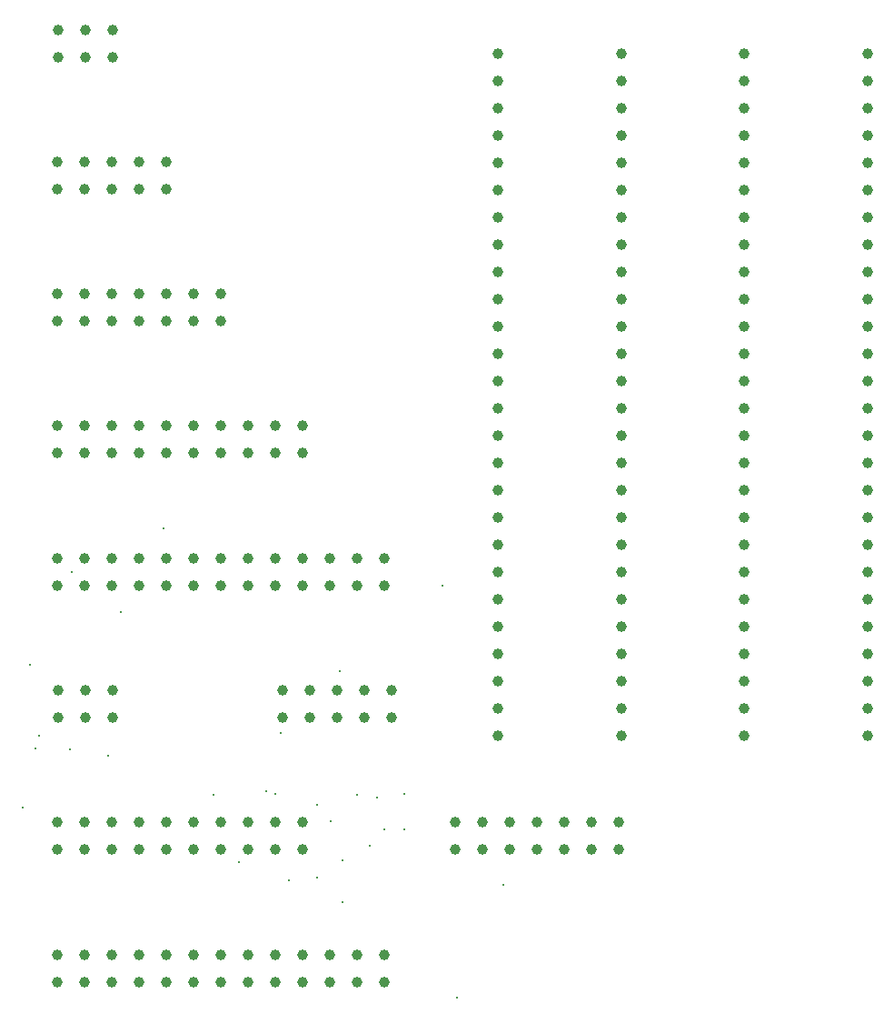
<source format=gbr>
%TF.GenerationSoftware,KiCad,Pcbnew,9.0.0*%
%TF.CreationDate,2025-04-12T15:14:53+10:00*%
%TF.ProjectId,Cable Pass Through,4361626c-6520-4506-9173-73205468726f,rev?*%
%TF.SameCoordinates,Original*%
%TF.FileFunction,Plated,1,2,PTH,Drill*%
%TF.FilePolarity,Positive*%
%FSLAX46Y46*%
G04 Gerber Fmt 4.6, Leading zero omitted, Abs format (unit mm)*
G04 Created by KiCad (PCBNEW 9.0.0) date 2025-04-12 15:14:53*
%MOMM*%
%LPD*%
G01*
G04 APERTURE LIST*
%TA.AperFunction,ViaDrill*%
%ADD10C,0.300000*%
%TD*%
%TA.AperFunction,ComponentDrill*%
%ADD11C,1.000000*%
%TD*%
G04 APERTURE END LIST*
D10*
X52258700Y-115371700D03*
X52916900Y-102077800D03*
X53395100Y-109925900D03*
X53790100Y-108694600D03*
X56680500Y-109999100D03*
X56780700Y-93419600D03*
X60198700Y-110600800D03*
X61376100Y-97222100D03*
X65324600Y-89426700D03*
X70040600Y-114222200D03*
X72380000Y-120493000D03*
X74954200Y-113879800D03*
X75808400Y-114092100D03*
X76278000Y-108442400D03*
X77018700Y-122169400D03*
X79642100Y-121898200D03*
X79697800Y-115095500D03*
X80952500Y-116673000D03*
X81757000Y-102677300D03*
X82082500Y-120273900D03*
X82082500Y-124213000D03*
X83430000Y-114161600D03*
X84617300Y-118972700D03*
X85231700Y-114495100D03*
X85970000Y-117399200D03*
X87782400Y-114095000D03*
X87782400Y-117399200D03*
X91386400Y-94770000D03*
X92724200Y-133116900D03*
X97047000Y-122554700D03*
D11*
%TO.C,J4*%
X55490000Y-55260900D03*
X55490000Y-57800900D03*
%TO.C,J5*%
X55490000Y-67561700D03*
X55490000Y-70101700D03*
%TO.C,J6*%
X55490000Y-79862600D03*
X55490000Y-82402600D03*
%TO.C,J11*%
X55490000Y-92163400D03*
X55490000Y-94703400D03*
%TO.C,J10*%
X55490000Y-116765100D03*
X55490000Y-119305100D03*
%TO.C,J7*%
X55490000Y-129066000D03*
X55490000Y-131606000D03*
%TO.C,J2*%
X55500000Y-42960000D03*
X55500000Y-45500000D03*
%TO.C,J1*%
X55500000Y-104464300D03*
X55500000Y-107004300D03*
%TO.C,J4*%
X58030000Y-55260900D03*
X58030000Y-57800900D03*
%TO.C,J5*%
X58030000Y-67561700D03*
X58030000Y-70101700D03*
%TO.C,J6*%
X58030000Y-79862600D03*
X58030000Y-82402600D03*
%TO.C,J11*%
X58030000Y-92163400D03*
X58030000Y-94703400D03*
%TO.C,J10*%
X58030000Y-116765100D03*
X58030000Y-119305100D03*
%TO.C,J7*%
X58030000Y-129066000D03*
X58030000Y-131606000D03*
%TO.C,J2*%
X58040000Y-42960000D03*
X58040000Y-45500000D03*
%TO.C,J1*%
X58040000Y-104464300D03*
X58040000Y-107004300D03*
%TO.C,J4*%
X60570000Y-55260900D03*
X60570000Y-57800900D03*
%TO.C,J5*%
X60570000Y-67561700D03*
X60570000Y-70101700D03*
%TO.C,J6*%
X60570000Y-79862600D03*
X60570000Y-82402600D03*
%TO.C,J11*%
X60570000Y-92163400D03*
X60570000Y-94703400D03*
%TO.C,J10*%
X60570000Y-116765100D03*
X60570000Y-119305100D03*
%TO.C,J7*%
X60570000Y-129066000D03*
X60570000Y-131606000D03*
%TO.C,J2*%
X60580000Y-42960000D03*
X60580000Y-45500000D03*
%TO.C,J1*%
X60580000Y-104464300D03*
X60580000Y-107004300D03*
%TO.C,J4*%
X63110000Y-55260900D03*
X63110000Y-57800900D03*
%TO.C,J5*%
X63110000Y-67561700D03*
X63110000Y-70101700D03*
%TO.C,J6*%
X63110000Y-79862600D03*
X63110000Y-82402600D03*
%TO.C,J11*%
X63110000Y-92163400D03*
X63110000Y-94703400D03*
%TO.C,J10*%
X63110000Y-116765100D03*
X63110000Y-119305100D03*
%TO.C,J7*%
X63110000Y-129066000D03*
X63110000Y-131606000D03*
%TO.C,J4*%
X65650000Y-55260900D03*
X65650000Y-57800900D03*
%TO.C,J5*%
X65650000Y-67561700D03*
X65650000Y-70101700D03*
%TO.C,J6*%
X65650000Y-79862600D03*
X65650000Y-82402600D03*
%TO.C,J11*%
X65650000Y-92163400D03*
X65650000Y-94703400D03*
%TO.C,J10*%
X65650000Y-116765100D03*
X65650000Y-119305100D03*
%TO.C,J7*%
X65650000Y-129066000D03*
X65650000Y-131606000D03*
%TO.C,J5*%
X68190000Y-67561700D03*
X68190000Y-70101700D03*
%TO.C,J6*%
X68190000Y-79862600D03*
X68190000Y-82402600D03*
%TO.C,J11*%
X68190000Y-92163400D03*
X68190000Y-94703400D03*
%TO.C,J10*%
X68190000Y-116765100D03*
X68190000Y-119305100D03*
%TO.C,J7*%
X68190000Y-129066000D03*
X68190000Y-131606000D03*
%TO.C,J5*%
X70730000Y-67561700D03*
X70730000Y-70101700D03*
%TO.C,J6*%
X70730000Y-79862600D03*
X70730000Y-82402600D03*
%TO.C,J11*%
X70730000Y-92163400D03*
X70730000Y-94703400D03*
%TO.C,J10*%
X70730000Y-116765100D03*
X70730000Y-119305100D03*
%TO.C,J7*%
X70730000Y-129066000D03*
X70730000Y-131606000D03*
%TO.C,J6*%
X73270000Y-79862600D03*
X73270000Y-82402600D03*
%TO.C,J11*%
X73270000Y-92163400D03*
X73270000Y-94703400D03*
%TO.C,J10*%
X73270000Y-116765100D03*
X73270000Y-119305100D03*
%TO.C,J7*%
X73270000Y-129066000D03*
X73270000Y-131606000D03*
%TO.C,J6*%
X75810000Y-79862600D03*
X75810000Y-82402600D03*
%TO.C,J11*%
X75810000Y-92163400D03*
X75810000Y-94703400D03*
%TO.C,J10*%
X75810000Y-116765100D03*
X75810000Y-119305100D03*
%TO.C,J7*%
X75810000Y-129066000D03*
X75810000Y-131606000D03*
%TO.C,J8*%
X76460000Y-104464300D03*
X76460000Y-107004300D03*
%TO.C,J6*%
X78350000Y-79862600D03*
X78350000Y-82402600D03*
%TO.C,J11*%
X78350000Y-92163400D03*
X78350000Y-94703400D03*
%TO.C,J10*%
X78350000Y-116765100D03*
X78350000Y-119305100D03*
%TO.C,J7*%
X78350000Y-129066000D03*
X78350000Y-131606000D03*
%TO.C,J8*%
X79000000Y-104464300D03*
X79000000Y-107004300D03*
%TO.C,J11*%
X80890000Y-92163400D03*
X80890000Y-94703400D03*
%TO.C,J7*%
X80890000Y-129066000D03*
X80890000Y-131606000D03*
%TO.C,J8*%
X81540000Y-104464300D03*
X81540000Y-107004300D03*
%TO.C,J11*%
X83430000Y-92163400D03*
X83430000Y-94703400D03*
%TO.C,J7*%
X83430000Y-129066000D03*
X83430000Y-131606000D03*
%TO.C,J8*%
X84080000Y-104464300D03*
X84080000Y-107004300D03*
%TO.C,J11*%
X85970000Y-92163400D03*
X85970000Y-94703400D03*
%TO.C,J7*%
X85970000Y-129066000D03*
X85970000Y-131606000D03*
%TO.C,J8*%
X86620000Y-104464300D03*
X86620000Y-107004300D03*
%TO.C,J9*%
X92500000Y-116765100D03*
X92500000Y-119305100D03*
X95040000Y-116765100D03*
X95040000Y-119305100D03*
%TO.C,J3*%
X96500000Y-45240000D03*
X96500000Y-47780000D03*
X96500000Y-50320000D03*
X96500000Y-52860000D03*
X96500000Y-55400000D03*
X96500000Y-57940000D03*
X96500000Y-60480000D03*
X96500000Y-63020000D03*
X96500000Y-65560000D03*
X96500000Y-68100000D03*
X96500000Y-70640000D03*
X96500000Y-73180000D03*
X96500000Y-75720000D03*
X96500000Y-78260000D03*
X96500000Y-80800000D03*
X96500000Y-83340000D03*
X96500000Y-85880000D03*
X96500000Y-88420000D03*
X96500000Y-90960000D03*
X96500000Y-93500000D03*
X96500000Y-96040000D03*
X96500000Y-98580000D03*
X96500000Y-101120000D03*
X96500000Y-103660000D03*
X96500000Y-106200000D03*
X96500000Y-108740000D03*
%TO.C,J9*%
X97580000Y-116765100D03*
X97580000Y-119305100D03*
X100120000Y-116765100D03*
X100120000Y-119305100D03*
X102660000Y-116765100D03*
X102660000Y-119305100D03*
X105200000Y-116765100D03*
X105200000Y-119305100D03*
X107740000Y-116765100D03*
X107740000Y-119305100D03*
%TO.C,J12*%
X108000000Y-45240000D03*
X108000000Y-47780000D03*
X108000000Y-50320000D03*
X108000000Y-52860000D03*
X108000000Y-55400000D03*
X108000000Y-57940000D03*
X108000000Y-60480000D03*
X108000000Y-63020000D03*
X108000000Y-65560000D03*
X108000000Y-68100000D03*
X108000000Y-70640000D03*
X108000000Y-73180000D03*
X108000000Y-75720000D03*
X108000000Y-78260000D03*
X108000000Y-80800000D03*
X108000000Y-83340000D03*
X108000000Y-85880000D03*
X108000000Y-88420000D03*
X108000000Y-90960000D03*
X108000000Y-93500000D03*
X108000000Y-96040000D03*
X108000000Y-98580000D03*
X108000000Y-101120000D03*
X108000000Y-103660000D03*
X108000000Y-106200000D03*
X108000000Y-108740000D03*
%TO.C,J13*%
X119500000Y-45240000D03*
X119500000Y-47780000D03*
X119500000Y-50320000D03*
X119500000Y-52860000D03*
X119500000Y-55400000D03*
X119500000Y-57940000D03*
X119500000Y-60480000D03*
X119500000Y-63020000D03*
X119500000Y-65560000D03*
X119500000Y-68100000D03*
X119500000Y-70640000D03*
X119500000Y-73180000D03*
X119500000Y-75720000D03*
X119500000Y-78260000D03*
X119500000Y-80800000D03*
X119500000Y-83340000D03*
X119500000Y-85880000D03*
X119500000Y-88420000D03*
X119500000Y-90960000D03*
X119500000Y-93500000D03*
X119500000Y-96040000D03*
X119500000Y-98580000D03*
X119500000Y-101120000D03*
X119500000Y-103660000D03*
X119500000Y-106200000D03*
X119500000Y-108740000D03*
%TO.C,J14*%
X131000000Y-45240000D03*
X131000000Y-47780000D03*
X131000000Y-50320000D03*
X131000000Y-52860000D03*
X131000000Y-55400000D03*
X131000000Y-57940000D03*
X131000000Y-60480000D03*
X131000000Y-63020000D03*
X131000000Y-65560000D03*
X131000000Y-68100000D03*
X131000000Y-70640000D03*
X131000000Y-73180000D03*
X131000000Y-75720000D03*
X131000000Y-78260000D03*
X131000000Y-80800000D03*
X131000000Y-83340000D03*
X131000000Y-85880000D03*
X131000000Y-88420000D03*
X131000000Y-90960000D03*
X131000000Y-93500000D03*
X131000000Y-96040000D03*
X131000000Y-98580000D03*
X131000000Y-101120000D03*
X131000000Y-103660000D03*
X131000000Y-106200000D03*
X131000000Y-108740000D03*
M02*

</source>
